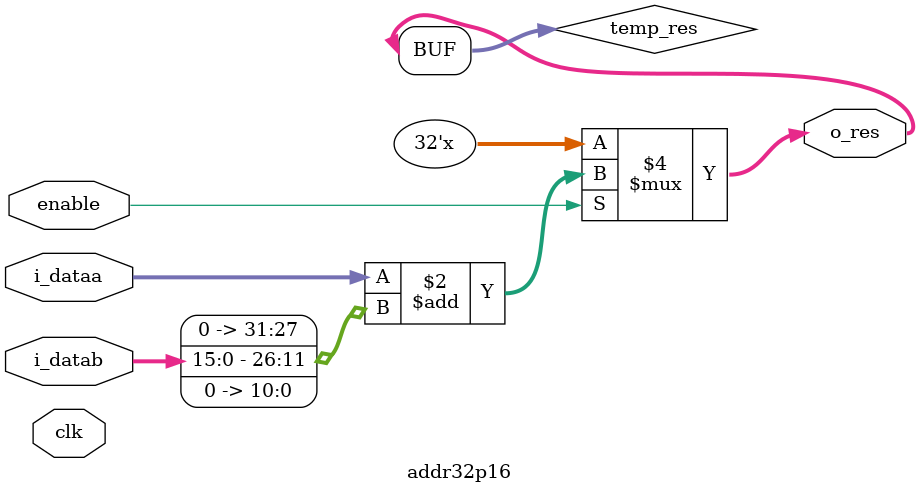
<source format=sv>
module lab1 #
(
	parameter WIDTHIN = 16,		// Input format is Q2.14 (2 integer bits + 14 fractional bits = 16 bits)
	parameter WIDTHOUT = 32,	// Intermediate/Output format is Q7.25 (7 integer bits + 25 fractional bits = 32 bits)
	// Taylor coefficients for the first five terms in Q2.14 format
	parameter [WIDTHIN-1:0] A0 = 16'b01_00000000000000, // a0 = 1
	parameter [WIDTHIN-1:0] A1 = 16'b01_00000000000000, // a1 = 1
	parameter [WIDTHIN-1:0] A2 = 16'b00_10000000000000, // a2 = 1/2
	parameter [WIDTHIN-1:0] A3 = 16'b00_00101010101010, // a3 = 1/6
	parameter [WIDTHIN-1:0] A4 = 16'b00_00001010101010, // a4 = 1/24
	parameter [WIDTHIN-1:0] A5 = 16'b00_00000010001000  // a5 = 1/120
)
(
	input clk,
	input reset,	
	
	input i_valid,
	input i_ready,
	output o_valid,
	output o_ready,
	
	input [WIDTHIN-1:0] i_x,
	output [WIDTHOUT-1:0] o_y
);
//Output value could overflow (32-bit output, and 16-bit inputs multiplied
//together repeatedly).  Don't worry about that -- assume that only the bottom
//32 bits are of interest, and keep them.

//logic [WIDTHIN-1:0] x;	// Register to hold input X
logic [15:0] x;	// Register to hold input X
logic [WIDTHOUT-1:0] y_Q;	// Register to hold output Y
logic valid_Q1;		// Output of register x is valid

// signal for enabling sequential circuit elements
logic enable;
logic sel;
logic valid_val;
logic new_x;
logic [15:0] fsm_data_i, data_shift_i;
logic fsm_valid_i;

enum {a0=0, a1, a2, a3, a4} sel_a;
logic [WIDTHOUT-1:0] adder_input, constant;  

// Signals for computing the y output
logic [WIDTHOUT-1:0] m0_out; // A5 * x 
logic [WIDTHOUT-1:0] a0_out; // A5 * x + A4
logic [WIDTHOUT-1:0] m1_out; // (A5 * x + A4) * x
logic [WIDTHOUT-1:0] a1_out; // (A5 * x + A4) * x + A3
logic [WIDTHOUT-1:0] m2_out; // ((A5 * x + A4) * x + A3) * x
logic [WIDTHOUT-1:0] a2_out; // ((A5 * x + A4) * x + A3) * x + A2
logic [WIDTHOUT-1:0] m3_out; // (((A5 * x + A4) * x + A3) * x + A2) * x
logic [WIDTHOUT-1:0] a3_out; // (((A5 * x + A4) * x + A3) * x + A2) * x + A1
logic [WIDTHOUT-1:0] m4_out; // ((((A5 * x + A4) * x + A3) * x + A2) * x + A1) * x
logic [WIDTHOUT-1:0] a4_out; // ((((A5 * x + A4) * x + A3) * x + A2) * x + A1) * x + A0
logic [WIDTHOUT-1:0] y_D;

//FSM
typedef enum {start_state, s1, s2, s3, s4, s5, s6} state;
state current_state = start_state;
state next_state;
logic valid, fifo_full, fifo_empty;


always_ff @(posedge clk) begin
	if (reset)
		current_state <= start_state;
	else
		current_state <= next_state;
end


// State Logic
always_comb begin
	sel = 1'b0;
	sel_a = a4;
	new_x = 1'b1;
	valid = 1'b0;
	next_state = current_state;
	
	case (current_state)
		start_state: begin
			if (i_valid) begin
				next_state = s1;
			end
			new_x = 1'b1;
		end
		
		s1: begin
			new_x = 1'b0;
			fsm_data_i <= x;
			next_state = s2;
		end
		
		s2: begin
			sel = 1'b1;		
			sel_a = a4;
			next_state = s3;
			new_x = 1'b0;
		end
		
		s3: begin
			sel_a = a3;
			next_state = s4;
			new_x = 1'b0;
		end
		
		s4: begin
			sel_a = a2;
			next_state = s5;
			new_x = 1'b0;
		end
		
		s5: begin
			sel_a = a1;
			next_state = s6;
			new_x = 1'b0;
		end
		
		s6: begin
			sel_a = a0;
			valid = 1'b1;
			if (i_ready)
				next_state = start_state;	
			new_x = 1'b0;
		end
		
	endcase
end

mult16x16 Mult0 (.clk(clk), .i_dataa(A5), 			.i_datab(fsm_data_i), 			.o_res(m0_out));

addr32p16 Addr0 (.clk(clk), .i_dataa(adder_input),  .i_datab(constant), 	.o_res(a0_out), .enable(i_ready));

mult32x16 Mult1 (.clk(clk), .i_dataa(a0_out), 		.i_datab(fsm_data_i), 			.o_res(m1_out));

// Data path 
always @(sel, sel_a) 
begin
	if (sel == 1'b1)
		adder_input = m0_out;
	else
		adder_input = m1_out;
	
	case (sel_a)
		a4: constant = A4;
		a3: constant = A3;
		a2: constant = A2;
		a1: constant = A1;
		a0: constant = A0;
	endcase
end

// Combinational logic
always_comb begin
	// signal for enable
	enable = i_ready;
end

// Infer the registers
always_ff @(posedge clk or posedge reset) begin
	if (reset) begin
		valid_Q1 <= 1'b0;
		x	 <= 16'b0;
	end 
	else if (enable) begin
		// propagate the valid value
		valid_Q1 	<= i_valid;
		
		// read in new x value
		x <= i_x;
		
	end
end


// assign outputs
assign o_valid = valid;
assign o_y = a0_out;

// ready for inputs as long as receiver is ready for outputs 
assign o_ready = i_ready & new_x;   

// the output is valid as long as the corresponding input was valid and 
//	the receiver is ready. If the receiver isn't ready, the computed output
//	will still remain on the register outputs and the circuit will resume
//  normal operation when the receiver is ready again (i_ready is high)

endmodule

/*******************************************************************************************/

// Multiplier module for the first 16x16 multiplication
module mult16x16 (
	input clk,
	input  [15:0] i_dataa,
	input  [15:0] i_datab,
	output [31:0] o_res
);

logic [31:0] result;

//always_ff @(posedge clk) begin
always_comb begin
	result = i_dataa * i_datab;
end

// The result of Q2.14 x Q2.14 is in the Q4.28 format. Therefore we need to change it
// to the Q7.25 format specified in the assignment by shifting right and padding with zeros.
assign o_res = {3'b000, result[31:3]};

endmodule

/*******************************************************************************************/

// Multiplier module for all the remaining 32x16 multiplications
module mult32x16 (
	input clk,
	input  [31:0] i_dataa,
	input  [15:0] i_datab,
	output [31:0] o_res
);

logic [47:0] result;

always_comb begin
	result = i_dataa * i_datab;
end

// The result of Q7.25 x Q2.14 is in the Q9.39 format. Therefore we need to change it
// to the Q7.25 format specified in the assignment by selecting the appropriate bits
// (i.e. dropping the most-significant 2 bits and least-significant 14 bits).
assign o_res = result[45:14];

endmodule

/*******************************************************************************************/

// Adder module for all the 32b+16b addition operations 
module addr32p16 (
	input clk,
	input enable,	
	input [31:0] i_dataa,
	input [15:0] i_datab,
	output [31:0] o_res
);

logic [31:0] temp_res;
// The 16-bit Q2.14 input needs to be aligned with the 32-bit Q7.25 input by zero padding


//always_ff @(posedge clk) begin
always_comb begin
	if (enable)
		temp_res = i_dataa + {5'b00000, i_datab, 11'b00000000000};
	//else
		//temp_res = {32{1'b0}};
end

assign o_res = temp_res;

endmodule

/*******************************************************************************************/

</source>
